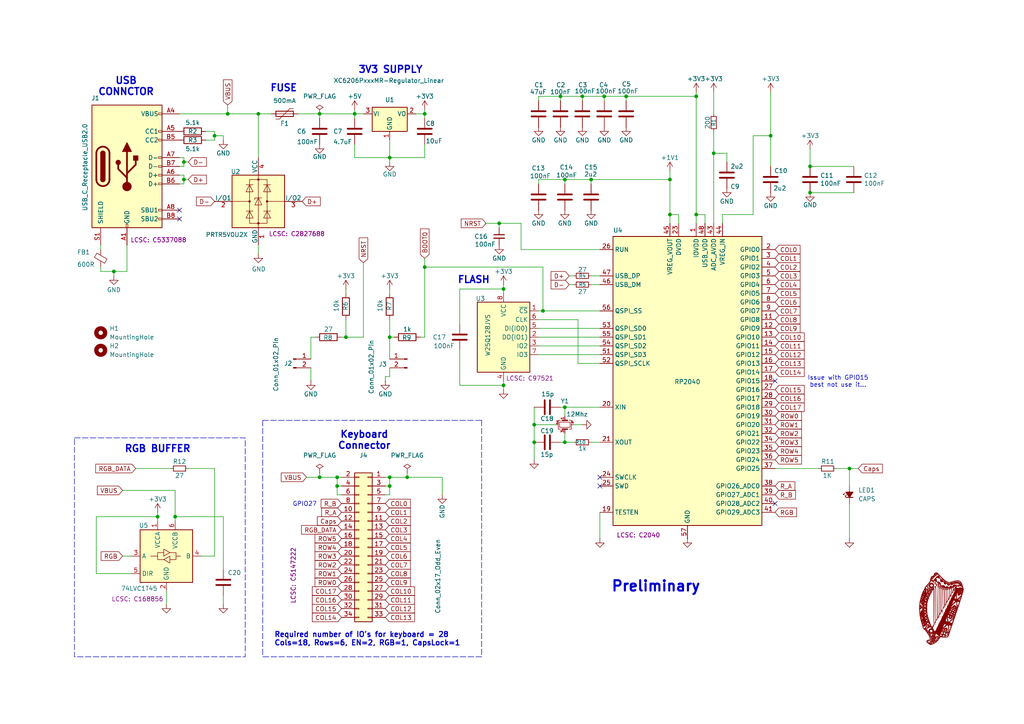
<source format=kicad_sch>
(kicad_sch (version 20250114) (generator "eeschema") (generator_version "9.0")
  (paper "A4")
  (title_block (title "Keyboard Module 34D") (date "2025-03-08") (rev "1.0") (company "Michael O'Toole") (comment 1 "Keyboard Development Module"))
  (lib_symbols
    (symbol "Connector:Conn_01x02_Pin" (pin_names (offset 1.016) (hide yes))
      (property "Reference" "J" (at 0 2.54 0))
      (property "Value" "Conn_01x02_Pin" (at 0 -5.08 0))
      (symbol "Conn_01x02_Pin_1_1"
        (pin passive line (at 5.08 0 180) (length 3.81) (name "Pin_1") (number "1"))
        (pin passive line (at 5.08 -2.54 180) (length 3.81) (name "Pin_2") (number "2"))
      )
    )
    (symbol "Connector:USB_C_Receptacle_USB2.0_16P" (pin_names (offset 1.016))
      (property "Reference" "J" (at 0 22.225 0))
      (property "Value" "USB_C_Receptacle_USB2.0_16P" (at 0 19.685 0))
      (symbol "USB_C_Receptacle_USB2.0_16P_1_1"
        (pin passive line (at -7.62 -22.86 90) (length 5.08) (name "SHIELD") (number "S1"))
        (pin passive line (at 0 -22.86 90) (length 5.08) (name "GND") (number "A1"))
        (pin passive line (at 0 -22.86 90) (length 5.08) (hide yes) (name "GND") (number "A12"))
        (pin passive line (at 0 -22.86 90) (length 5.08) (hide yes) (name "GND") (number "B1"))
        (pin passive line (at 0 -22.86 90) (length 5.08) (hide yes) (name "GND") (number "B12"))
        (pin passive line (at 15.24 15.24 180) (length 5.08) (name "VBUS") (number "A4"))
        (pin passive line (at 15.24 15.24 180) (length 5.08) (hide yes) (name "VBUS") (number "A9"))
        (pin passive line (at 15.24 15.24 180) (length 5.08) (hide yes) (name "VBUS") (number "B4"))
        (pin passive line (at 15.24 15.24 180) (length 5.08) (hide yes) (name "VBUS") (number "B9"))
        (pin bidirectional line (at 15.24 10.16 180) (length 5.08) (name "CC1") (number "A5"))
        (pin bidirectional line (at 15.24 7.62 180) (length 5.08) (name "CC2") (number "B5"))
        (pin bidirectional line (at 15.24 2.54 180) (length 5.08) (name "D-") (number "A7"))
        (pin bidirectional line (at 15.24 0 180) (length 5.08) (name "D-") (number "B7"))
        (pin bidirectional line (at 15.24 -2.54 180) (length 5.08) (name "D+") (number "A6"))
        (pin bidirectional line (at 15.24 -5.08 180) (length 5.08) (name "D+") (number "B6"))
        (pin bidirectional line (at 15.24 -12.7 180) (length 5.08) (name "SBU1") (number "A8"))
        (pin bidirectional line (at 15.24 -15.24 180) (length 5.08) (name "SBU2") (number "B8"))
      )
    )
    (symbol "Connector_Generic:Conn_02x17_Odd_Even" (pin_names (offset 1.016) (hide yes))
      (property "Reference" "J" (at 1.27 22.86 0))
      (property "Value" "Conn_02x17_Odd_Even" (at 1.27 -22.86 0))
      (symbol "Conn_02x17_Odd_Even_1_1"
        (pin passive line (at -5.08 20.32 0) (length 3.81) (name "Pin_1") (number "1"))
        (pin passive line (at -5.08 17.78 0) (length 3.81) (name "Pin_3") (number "3"))
        (pin passive line (at -5.08 15.24 0) (length 3.81) (name "Pin_5") (number "5"))
        (pin passive line (at -5.08 12.7 0) (length 3.81) (name "Pin_7") (number "7"))
        (pin passive line (at -5.08 10.16 0) (length 3.81) (name "Pin_9") (number "9"))
        (pin passive line (at -5.08 7.62 0) (length 3.81) (name "Pin_11") (number "11"))
        (pin passive line (at -5.08 5.08 0) (length 3.81) (name "Pin_13") (number "13"))
        (pin passive line (at -5.08 2.54 0) (length 3.81) (name "Pin_15") (number "15"))
        (pin passive line (at -5.08 0 0) (length 3.81) (name "Pin_17") (number "17"))
        (pin passive line (at -5.08 -2.54 0) (length 3.81) (name "Pin_19") (number "19"))
        (pin passive line (at -5.08 -5.08 0) (length 3.81) (name "Pin_21") (number "21"))
        (pin passive line (at -5.08 -7.62 0) (length 3.81) (name "Pin_23") (number "23"))
        (pin passive line (at -5.08 -10.16 0) (length 3.81) (name "Pin_25") (number "25"))
        (pin passive line (at -5.08 -12.7 0) (length 3.81) (name "Pin_27") (number "27"))
        (pin passive line (at -5.08 -15.24 0) (length 3.81) (name "Pin_29") (number "29"))
        (pin passive line (at -5.08 -17.78 0) (length 3.81) (name "Pin_31") (number "31"))
        (pin passive line (at -5.08 -20.32 0) (length 3.81) (name "Pin_33") (number "33"))
        (pin passive line (at 7.62 20.32 180) (length 3.81) (name "Pin_2") (number "2"))
        (pin passive line (at 7.62 17.78 180) (length 3.81) (name "Pin_4") (number "4"))
        (pin passive line (at 7.62 15.24 180) (length 3.81) (name "Pin_6") (number "6"))
        (pin passive line (at 7.62 12.7 180) (length 3.81) (name "Pin_8") (number "8"))
        (pin passive line (at 7.62 10.16 180) (length 3.81) (name "Pin_10") (number "10"))
        (pin passive line (at 7.62 7.62 180) (length 3.81) (name "Pin_12") (number "12"))
        (pin passive line (at 7.62 5.08 180) (length 3.81) (name "Pin_14") (number "14"))
        (pin passive line (at 7.62 2.54 180) (length 3.81) (name "Pin_16") (number "16"))
        (pin passive line (at 7.62 0 180) (length 3.81) (name "Pin_18") (number "18"))
        (pin passive line (at 7.62 -2.54 180) (length 3.81) (name "Pin_20") (number "20"))
        (pin passive line (at 7.62 -5.08 180) (length 3.81) (name "Pin_22") (number "22"))
        (pin passive line (at 7.62 -7.62 180) (length 3.81) (name "Pin_24") (number "24"))
        (pin passive line (at 7.62 -10.16 180) (length 3.81) (name "Pin_26") (number "26"))
        (pin passive line (at 7.62 -12.7 180) (length 3.81) (name "Pin_28") (number "28"))
        (pin passive line (at 7.62 -15.24 180) (length 3.81) (name "Pin_30") (number "30"))
        (pin passive line (at 7.62 -17.78 180) (length 3.81) (name "Pin_32") (number "32"))
        (pin passive line (at 7.62 -20.32 180) (length 3.81) (name "Pin_34") (number "34"))
      )
    )
    (symbol "Device:C" (pin_numbers (hide yes)) (pin_names (offset 0.254))
      (property "Reference" "C" (at 0.635 2.54 0))
      (property "Value" "C" (at 0.635 -2.54 0))
      (symbol "C_1_1"
        (pin passive line (at 0 3.81 270) (length 2.794) (name "~") (number "1"))
        (pin passive line (at 0 -3.81 90) (length 2.794) (name "~") (number "2"))
      )
    )
    (symbol "Device:C_Small" (pin_numbers (hide yes)) (pin_names (offset 0.254) (hide yes))
      (property "Reference" "C" (at 0.254 1.778 0))
      (property "Value" "C_Small" (at 0.254 -2.032 0))
      (symbol "C_Small_1_1"
        (pin passive line (at 0 2.54 270) (length 2.032) (name "~") (number "1"))
        (pin passive line (at 0 -2.54 90) (length 2.032) (name "~") (number "2"))
      )
    )
    (symbol "Device:Crystal_GND24_Small" (pin_names (offset 1.016) (hide yes))
      (property "Reference" "Y" (at 1.27 4.445 0))
      (property "Value" "Crystal_GND24_Small" (at 1.27 2.54 0))
      (symbol "Crystal_GND24_Small_1_1"
        (pin passive line (at -2.54 0 0) (length 1.27) (name "1") (number "1"))
        (pin passive line (at 0 2.54 270) (length 0.635) (name "4") (number "4"))
        (pin passive line (at 0 -2.54 90) (length 0.635) (name "2") (number "2"))
        (pin passive line (at 2.54 0 180) (length 1.27) (name "3") (number "3"))
      )
    )
    (symbol "Device:FerriteBead_Small" (pin_numbers (hide yes)) (pin_names (offset 0))
      (property "Reference" "FB" (at 1.905 1.27 0))
      (property "Value" "FerriteBead_Small" (at 1.905 -1.27 0))
      (symbol "FerriteBead_Small_1_1"
        (pin passive line (at 0 2.54 270) (length 1.27) (name "~") (number "1"))
        (pin passive line (at 0 -2.54 90) (length 1.27) (name "~") (number "2"))
      )
    )
    (symbol "Device:LED_Small_Filled" (pin_numbers (hide yes)) (pin_names (offset 0.254) (hide yes))
      (property "Reference" "D" (at -1.27 3.175 0))
      (property "Value" "LED_Small_Filled" (at -4.445 -2.54 0))
      (symbol "LED_Small_Filled_1_1"
        (pin passive line (at -2.54 0 0) (length 1.778) (name "K") (number "1"))
        (pin passive line (at 2.54 0 180) (length 1.778) (name "A") (number "2"))
      )
    )
    (symbol "Device:Polyfuse" (pin_numbers (hide yes)) (pin_names (offset 0))
      (property "Reference" "F" (at -2.54 0 90))
      (property "Value" "Polyfuse" (at 2.54 0 90))
      (symbol "Polyfuse_1_1"
        (pin passive line (at 0 3.81 270) (length 1.27) (name "~") (number "1"))
        (pin passive line (at 0 -3.81 90) (length 1.27) (name "~") (number "2"))
      )
    )
    (symbol "Device:R" (pin_numbers (hide yes)) (pin_names (offset 0))
      (property "Reference" "R" (at 2.032 0 90))
      (property "Value" "R" (at 0 0 90))
      (symbol "R_1_1"
        (pin passive line (at 0 3.81 270) (length 1.27) (name "~") (number "1"))
        (pin passive line (at 0 -3.81 90) (length 1.27) (name "~") (number "2"))
      )
    )
    (symbol "Device:R_Small" (pin_numbers (hide yes)) (pin_names (offset 0.254) (hide yes))
      (property "Reference" "R" (at 0.762 0.508 0))
      (property "Value" "R_Small" (at 0.762 -1.016 0))
      (symbol "R_Small_1_1"
        (pin passive line (at 0 2.54 270) (length 0.762) (name "~") (number "1"))
        (pin passive line (at 0 -2.54 90) (length 0.762) (name "~") (number "2"))
      )
    )
    (symbol "Logic_LevelTranslator:SN74LVC1T45DRL"
      (property "Reference" "U" (at -6.35 8.89 0))
      (property "Value" "SN74LVC1T45DRL" (at 3.81 8.89 0))
      (symbol "SN74LVC1T45DRL_1_1"
        (pin bidirectional line (at -10.16 0 0) (length 2.54) (name "A") (number "3"))
        (pin input line (at -10.16 -5.08 0) (length 2.54) (name "DIR") (number "5"))
        (pin power_in line (at -2.54 10.16 270) (length 2.54) (name "VCCA") (number "1"))
        (pin power_in line (at 0 -10.16 90) (length 2.54) (name "GND") (number "2"))
        (pin power_in line (at 2.54 10.16 270) (length 2.54) (name "VCCB") (number "6"))
        (pin bidirectional line (at 10.16 0 180) (length 2.54) (name "B") (number "4"))
      )
    )
    (symbol "MCU_RaspberryPi:RP2040"
      (property "Reference" "U" (at 17.78 45.72 0))
      (property "Value" "RP2040" (at 17.78 43.18 0))
      (symbol "RP2040_1_1"
        (pin input line (at -25.4 38.1 0) (length 3.81) (name "RUN") (number "26"))
        (pin bidirectional line (at -25.4 30.48 0) (length 3.81) (name "USB_DP") (number "47"))
        (pin bidirectional line (at -25.4 27.94 0) (length 3.81) (name "USB_DM") (number "46"))
        (pin bidirectional line (at -25.4 20.32 0) (length 3.81) (name "QSPI_SS") (number "56"))
        (pin bidirectional line (at -25.4 15.24 0) (length 3.81) (name "QSPI_SD0") (number "53"))
        (pin bidirectional line (at -25.4 12.7 0) (length 3.81) (name "QSPI_SD1") (number "55"))
        (pin bidirectional line (at -25.4 10.16 0) (length 3.81) (name "QSPI_SD2") (number "54"))
        (pin bidirectional line (at -25.4 7.62 0) (length 3.81) (name "QSPI_SD3") (number "51"))
        (pin output line (at -25.4 5.08 0) (length 3.81) (name "QSPI_SCLK") (number "52"))
        (pin input line (at -25.4 -7.62 0) (length 3.81) (name "XIN") (number "20"))
        (pin passive line (at -25.4 -17.78 0) (length 3.81) (name "XOUT") (number "21"))
        (pin input line (at -25.4 -27.94 0) (length 3.81) (name "SWCLK") (number "24"))
        (pin bidirectional line (at -25.4 -30.48 0) (length 3.81) (name "SWD") (number "25"))
        (pin input line (at -25.4 -38.1 0) (length 3.81) (name "TESTEN") (number "19"))
        (pin power_out line (at -5.08 45.72 270) (length 3.81) (name "VREG_VOUT") (number "45"))
        (pin power_in line (at -2.54 45.72 270) (length 3.81) (name "DVDD") (number "23"))
        (pin passive line (at -2.54 45.72 270) (length 3.81) (hide yes) (name "DVDD") (number "50"))
        (pin power_in line (at 0 -45.72 90) (length 3.81) (name "GND") (number "57"))
        (pin power_in line (at 2.54 45.72 270) (length 3.81) (name "IOVDD") (number "1"))
        (pin passive line (at 2.54 45.72 270) (length 3.81) (hide yes) (name "IOVDD") (number "10"))
        (pin passive line (at 2.54 45.72 270) (length 3.81) (hide yes) (name "IOVDD") (number "22"))
        (pin passive line (at 2.54 45.72 270) (length 3.81) (hide yes) (name "IOVDD") (number "33"))
        (pin passive line (at 2.54 45.72 270) (length 3.81) (hide yes) (name "IOVDD") (number "42"))
        (pin passive line (at 2.54 45.72 270) (length 3.81) (hide yes) (name "IOVDD") (number "49"))
        (pin power_in line (at 5.08 45.72 270) (length 3.81) (name "USB_VDD") (number "48"))
        (pin power_in line (at 7.62 45.72 270) (length 3.81) (name "ADC_AVDD") (number "43"))
        (pin power_in line (at 10.16 45.72 270) (length 3.81) (name "VREG_IN") (number "44"))
        (pin bidirectional line (at 25.4 38.1 180) (length 3.81) (name "GPIO0") (number "2"))
        (pin bidirectional line (at 25.4 35.56 180) (length 3.81) (name "GPIO1") (number "3"))
        (pin bidirectional line (at 25.4 33.02 180) (length 3.81) (name "GPIO2") (number "4"))
        (pin bidirectional line (at 25.4 30.48 180) (length 3.81) (name "GPIO3") (number "5"))
        (pin bidirectional line (at 25.4 27.94 180) (length 3.81) (name "GPIO4") (number "6"))
        (pin bidirectional line (at 25.4 25.4 180) (length 3.81) (name "GPIO5") (number "7"))
        (pin bidirectional line (at 25.4 22.86 180) (length 3.81) (name "GPIO6") (number "8"))
        (pin bidirectional line (at 25.4 20.32 180) (length 3.81) (name "GPIO7") (number "9"))
        (pin bidirectional line (at 25.4 17.78 180) (length 3.81) (name "GPIO8") (number "11"))
        (pin bidirectional line (at 25.4 15.24 180) (length 3.81) (name "GPIO9") (number "12"))
        (pin bidirectional line (at 25.4 12.7 180) (length 3.81) (name "GPIO10") (number "13"))
        (pin bidirectional line (at 25.4 10.16 180) (length 3.81) (name "GPIO11") (number "14"))
        (pin bidirectional line (at 25.4 7.62 180) (length 3.81) (name "GPIO12") (number "15"))
        (pin bidirectional line (at 25.4 5.08 180) (length 3.81) (name "GPIO13") (number "16"))
        (pin bidirectional line (at 25.4 2.54 180) (length 3.81) (name "GPIO14") (number "17"))
        (pin bidirectional line (at 25.4 0 180) (length 3.81) (name "GPIO15") (number "18"))
        (pin bidirectional line (at 25.4 -2.54 180) (length 3.81) (name "GPIO16") (number "27"))
        (pin bidirectional line (at 25.4 -5.08 180) (length 3.81) (name "GPIO17") (number "28"))
        (pin bidirectional line (at 25.4 -7.62 180) (length 3.81) (name "GPIO18") (number "29"))
        (pin bidirectional line (at 25.4 -10.16 180) (length 3.81) (name "GPIO19") (number "30"))
        (pin bidirectional line (at 25.4 -12.7 180) (length 3.81) (name "GPIO20") (number "31"))
        (pin bidirectional line (at 25.4 -15.24 180) (length 3.81) (name "GPIO21") (number "32"))
        (pin bidirectional line (at 25.4 -17.78 180) (length 3.81) (name "GPIO22") (number "34"))
        (pin bidirectional line (at 25.4 -20.32 180) (length 3.81) (name "GPIO23") (number "35"))
        (pin bidirectional line (at 25.4 -22.86 180) (length 3.81) (name "GPIO24") (number "36"))
        (pin bidirectional line (at 25.4 -25.4 180) (length 3.81) (name "GPIO25") (number "37"))
        (pin bidirectional line (at 25.4 -30.48 180) (length 3.81) (name "GPIO26_ADC0") (number "38"))
        (pin bidirectional line (at 25.4 -33.02 180) (length 3.81) (name "GPIO27_ADC1") (number "39"))
        (pin bidirectional line (at 25.4 -35.56 180) (length 3.81) (name "GPIO28_ADC2") (number "40"))
        (pin bidirectional line (at 25.4 -38.1 180) (length 3.81) (name "GPIO29_ADC3") (number "41"))
      )
    )
    (symbol "Mechanical:MountingHole" (pin_names (offset 1.016)) (exclude_from_sim yes) (in_bom no)
      (property "Reference" "H" (at 0 5.08 0))
      (property "Value" "MountingHole" (at 0 3.175 0))
    )
    (symbol "Memory_Flash:W25Q128JVS"
      (property "Reference" "U" (at -6.35 11.43 0))
      (property "Value" "W25Q128JVS" (at 7.62 11.43 0))
      (symbol "W25Q128JVS_1_1"
        (pin input line (at -10.16 7.62 0) (length 2.54) (name "~{CS}") (number "1"))
        (pin input line (at -10.16 5.08 0) (length 2.54) (name "CLK") (number "6"))
        (pin bidirectional line (at -10.16 2.54 0) (length 2.54) (name "DI(IO0)") (number "5"))
        (pin bidirectional line (at -10.16 0 0) (length 2.54) (name "DO(IO1)") (number "2"))
        (pin bidirectional line (at -10.16 -2.54 0) (length 2.54) (name "IO2") (number "3"))
        (pin bidirectional line (at -10.16 -5.08 0) (length 2.54) (name "IO3") (number "7"))
        (pin power_in line (at 0 12.7 270) (length 2.54) (name "VCC") (number "8"))
        (pin power_in line (at 0 -12.7 90) (length 2.54) (name "GND") (number "4"))
      )
    )
    (symbol "MyComponents_Library:LOGO" (pin_names (offset 1.016)))
    (symbol "Power_Protection:PRTR5V0U2X" (pin_names (offset 0))
      (property "Reference" "D" (at 2.794 8.636 0))
      (property "Value" "PRTR5V0U2X" (at 8.128 -9.398 0))
      (symbol "PRTR5V0U2X_1_1"
        (pin passive line (at -12.7 0 0) (length 5.08) (name "I/O1") (number "2"))
        (pin passive line (at 0 12.7 270) (length 5.08) (name "VCC") (number "4"))
        (pin passive line (at 0 -12.7 90) (length 5.08) (name "GND") (number "1"))
        (pin passive line (at 12.7 0 180) (length 5.08) (name "I/O2") (number "3"))
      )
    )
    (symbol "kicad-keyboard-parts:XC6206PxxxMR-Regulator_Linear" (pin_names (offset 0.254))
      (property "Reference" "U" (at -3.81 3.175 0))
      (property "Value" "XC6206PxxxMR-Regulator_Linear" (at 0 3.175 0))
      (property "LCSC" "C5446" (at 0 0 0))
      (symbol "XC6206PxxxMR-Regulator_Linear_1_1"
        (pin power_in line (at -7.62 0 0) (length 2.54) (name "VI") (number "3"))
        (pin power_in line (at 0 -7.62 90) (length 2.54) (name "GND") (number "1"))
        (pin power_out line (at 7.62 0 180) (length 2.54) (name "VO") (number "2"))
      )
    )
    (symbol "power:+1V1" (power) (pin_numbers (hide yes)) (pin_names (offset 0) (hide yes))
      (property "Value" "+1V1" (at 0 3.556 0))
      (symbol "+1V1_1_1"
        (pin power_in line (at 0 0 90) (length 0) (name "~") (number "1"))
      )
    )
    (symbol "power:+3V3" (power) (pin_numbers (hide yes)) (pin_names (offset 0) (hide yes))
      (property "Value" "+3V3" (at 0 3.556 0))
      (symbol "+3V3_1_1"
        (pin power_in line (at 0 0 90) (length 0) (name "~") (number "1"))
      )
    )
    (symbol "power:+5V" (power) (pin_numbers (hide yes)) (pin_names (offset 0) (hide yes))
      (property "Value" "+5V" (at 0 3.556 0))
      (symbol "+5V_1_1"
        (pin power_in line (at 0 0 90) (length 0) (name "~") (number "1"))
      )
    )
    (symbol "power:GND" (power) (pin_numbers (hide yes)) (pin_names (offset 0) (hide yes))
      (property "Value" "GND" (at 0 -3.81 0))
      (symbol "GND_1_1"
        (pin power_in line (at 0 0 270) (length 0) (name "~") (number "1"))
      )
    )
    (symbol "power:PWR_FLAG" (power) (pin_numbers (hide yes)) (pin_names (offset 0) (hide yes))
      (property "Value" "PWR_FLAG" (at 0 3.81 0))
      (symbol "PWR_FLAG_0_0"
        (pin power_out line (at 0 0 90) (length 0) (name "~") (number "1"))
      )
    )
  )
  (rectangle (start 21.59 127) (end 71.12 190.5) (stroke (width 0) (type dash)))
  (text "Preliminary" (at 190.246 170.18 0) (effects (font (size 3 3) (thickness 0.6) (bold yes))))
  (text "FLASH" (at 137.414 81.28 0) (effects (font (size 2 2) (thickness 0.4) (bold yes))))
  (text "FUSE" (at 82.296 25.654 0) (effects (font (size 2 2) (thickness 0.4) (bold yes))))
  (text "Keyboard\nConnector" (at 105.664 127.762 0) (effects (font (size 2 2) (thickness 0.4) (bold yes))))
  (text "Issue with GPIO15\nbest not use it..." (at 243.078 110.744 0) (effects (font (size 1.27 1.27))))
  (text "3V3 SUPPLY" (at 113.284 20.32 0) (effects (font (size 2 2) (thickness 0.4) (bold yes))))
  (text "USB\nCONNCTOR" (at 36.576 25.146 0) (effects (font (size 2 2) (thickness 0.4) (bold yes))))
  (text "GPIO27" (at 88.392 146.304 0) (effects (font (size 1.27 1.27))))
  (text "RGB BUFFER" (at 45.72 130.302 0) (effects (font (size 2 2) (thickness 0.4) (bold yes))))
  (text "Required number of IO's for keyboard = 28\nCols=18, Rows=6, EN=2, RGB=1, CapsLock=1" (at 79.502 185.42 0) (effects (font (size 1.5 1.5) (thickness 0.3) (bold yes)) (justify left)))
  (junction (at 194.31 52.07))
  (junction (at 171.45 52.07))
  (junction (at 207.01 44.45))
  (junction (at 113.03 140.97))
  (junction (at 97.79 140.97))
  (junction (at 102.87 33.02))
  (junction (at 113.03 138.43))
  (junction (at 146.05 111.76))
  (junction (at 175.26 27.94))
  (junction (at 92.71 33.02))
  (junction (at 163.83 52.07))
  (junction (at 100.33 97.79))
  (junction (at 50.8 149.86))
  (junction (at 123.19 33.02))
  (junction (at 146.05 83.82))
  (junction (at 163.83 118.11))
  (junction (at 162.56 27.94))
  (junction (at 123.19 77.47))
  (junction (at 62.23 39.37))
  (junction (at 194.31 62.23))
  (junction (at 33.02 78.74))
  (junction (at 97.79 138.43))
  (junction (at 246.38 135.89))
  (junction (at 92.71 138.43))
  (junction (at 53.34 46.99))
  (junction (at 163.83 128.27))
  (junction (at 144.78 64.77))
  (junction (at 181.61 27.94))
  (junction (at 168.91 27.94))
  (junction (at 234.95 55.88))
  (junction (at 53.34 52.07))
  (junction (at 157.48 90.17))
  (junction (at 223.52 39.37))
  (junction (at 154.94 128.27))
  (junction (at 154.94 123.19))
  (junction (at 118.11 138.43))
  (junction (at 66.04 33.02))
  (junction (at 74.93 33.02))
  (junction (at 201.93 27.94))
  (junction (at 45.72 149.86))
  (junction (at 201.93 62.23))
  (junction (at 113.03 45.72))
  (junction (at 234.95 48.26))
  (junction (at 113.03 97.79))
  (no_connect (at 173.99 138.43))
  (no_connect (at 52.07 60.96))
  (no_connect (at 52.07 63.5))
  (no_connect (at 173.99 140.97))
  (no_connect (at 224.79 110.49))
  (no_connect (at 224.79 146.05))
  (wire (pts (xy 157.48 90.17) (xy 157.48 77.47)))
  (wire (pts (xy 59.69 40.64) (xy 62.23 40.64)))
  (polyline (pts (xy 76.2 121.92) (xy 76.2 190.5)) (stroke (width 0) (type dash)))
  (wire (pts (xy 156.21 53.34) (xy 156.21 52.07)))
  (wire (pts (xy 27.94 166.37) (xy 27.94 149.86)))
  (wire (pts (xy 113.03 143.51) (xy 113.03 140.97)))
  (wire (pts (xy 196.85 62.23) (xy 194.31 62.23)))
  (wire (pts (xy 64.77 149.86) (xy 64.77 165.1)))
  (wire (pts (xy 92.71 33.02) (xy 92.71 34.29)))
  (wire (pts (xy 163.83 118.11) (xy 173.99 118.11)))
  (wire (pts (xy 196.85 64.77) (xy 196.85 62.23)))
  (wire (pts (xy 207.01 44.45) (xy 210.82 44.45)))
  (wire (pts (xy 53.34 46.99) (xy 53.34 48.26)))
  (wire (pts (xy 113.03 45.72) (xy 113.03 46.99)))
  (wire (pts (xy 154.94 128.27) (xy 154.94 123.19)))
  (wire (pts (xy 146.05 82.55) (xy 146.05 83.82)))
  (wire (pts (xy 113.03 138.43) (xy 111.76 138.43)))
  (wire (pts (xy 111.76 143.51) (xy 113.03 143.51)))
  (wire (pts (xy 123.19 77.47) (xy 157.48 77.47)))
  (wire (pts (xy 156.21 29.21) (xy 156.21 27.94)))
  (wire (pts (xy 207.01 26.67) (xy 207.01 33.02)))
  (wire (pts (xy 154.94 128.27) (xy 154.94 133.35)))
  (wire (pts (xy 171.45 52.07) (xy 194.31 52.07)))
  (wire (pts (xy 156.21 27.94) (xy 162.56 27.94)))
  (wire (pts (xy 223.52 26.67) (xy 223.52 39.37)))
  (wire (pts (xy 204.47 64.77) (xy 204.47 62.23)))
  (wire (pts (xy 175.26 27.94) (xy 181.61 27.94)))
  (wire (pts (xy 171.45 80.01) (xy 173.99 80.01)))
  (wire (pts (xy 163.83 128.27) (xy 166.37 128.27)))
  (wire (pts (xy 38.1 166.37) (xy 27.94 166.37)))
  (wire (pts (xy 181.61 27.94) (xy 201.93 27.94)))
  (wire (pts (xy 218.44 62.23) (xy 209.55 62.23)))
  (wire (pts (xy 123.19 74.93) (xy 123.19 77.47)))
  (wire (pts (xy 113.03 83.82) (xy 113.03 85.09)))
  (wire (pts (xy 156.21 95.25) (xy 173.99 95.25)))
  (wire (pts (xy 105.41 76.2) (xy 105.41 97.79)))
  (wire (pts (xy 166.37 123.19) (xy 168.91 123.19)))
  (wire (pts (xy 173.99 148.59) (xy 173.99 156.21)))
  (wire (pts (xy 97.79 138.43) (xy 99.06 138.43)))
  (wire (pts (xy 175.26 27.94) (xy 175.26 29.21)))
  (wire (pts (xy 29.21 71.12) (xy 29.21 72.39)))
  (wire (pts (xy 165.1 82.55) (xy 166.37 82.55)))
  (wire (pts (xy 133.35 83.82) (xy 133.35 93.98)))
  (wire (pts (xy 168.91 27.94) (xy 175.26 27.94)))
  (wire (pts (xy 246.38 135.89) (xy 246.38 140.97)))
  (wire (pts (xy 39.37 135.89) (xy 49.53 135.89)))
  (wire (pts (xy 156.21 90.17) (xy 157.48 90.17)))
  (wire (pts (xy 99.06 143.51) (xy 97.79 143.51)))
  (wire (pts (xy 35.56 161.29) (xy 38.1 161.29)))
  (wire (pts (xy 54.61 135.89) (xy 62.23 135.89)))
  (wire (pts (xy 29.21 77.47) (xy 29.21 78.74)))
  (wire (pts (xy 133.35 101.6) (xy 133.35 111.76)))
  (wire (pts (xy 118.11 138.43) (xy 118.11 137.16)))
  (wire (pts (xy 163.83 128.27) (xy 162.56 128.27)))
  (wire (pts (xy 246.38 135.89) (xy 248.92 135.89)))
  (wire (pts (xy 62.23 39.37) (xy 64.77 39.37)))
  (wire (pts (xy 218.44 39.37) (xy 223.52 39.37)))
  (wire (pts (xy 59.69 38.1) (xy 62.23 38.1)))
  (wire (pts (xy 246.38 146.05) (xy 246.38 156.21)))
  (wire (pts (xy 218.44 39.37) (xy 218.44 62.23)))
  (wire (pts (xy 121.92 97.79) (xy 123.19 97.79)))
  (wire (pts (xy 74.93 33.02) (xy 78.74 33.02)))
  (wire (pts (xy 53.34 46.99) (xy 54.61 46.99)))
  (wire (pts (xy 194.31 64.77) (xy 194.31 62.23)))
  (wire (pts (xy 113.03 45.72) (xy 123.19 45.72)))
  (wire (pts (xy 102.87 33.02) (xy 102.87 34.29)))
  (wire (pts (xy 123.19 33.02) (xy 123.19 34.29)))
  (wire (pts (xy 163.83 52.07) (xy 171.45 52.07)))
  (wire (pts (xy 74.93 73.66) (xy 74.93 71.12)))
  (wire (pts (xy 52.07 50.8) (xy 53.34 50.8)))
  (wire (pts (xy 210.82 44.45) (xy 210.82 46.99)))
  (wire (pts (xy 113.03 97.79) (xy 113.03 104.14)))
  (wire (pts (xy 62.23 135.89) (xy 62.23 161.29)))
  (wire (pts (xy 102.87 33.02) (xy 105.41 33.02)))
  (wire (pts (xy 99.06 140.97) (xy 97.79 140.97)))
  (wire (pts (xy 66.04 30.48) (xy 66.04 33.02)))
  (wire (pts (xy 207.01 64.77) (xy 207.01 44.45)))
  (wire (pts (xy 52.07 33.02) (xy 66.04 33.02)))
  (wire (pts (xy 171.45 128.27) (xy 173.99 128.27)))
  (wire (pts (xy 74.93 33.02) (xy 74.93 45.72)))
  (polyline (pts (xy 139.7 190.5) (xy 76.2 190.5)) (stroke (width 0) (type dash)))
  (wire (pts (xy 154.94 123.19) (xy 154.94 118.11)))
  (wire (pts (xy 181.61 27.94) (xy 181.61 29.21)))
  (wire (pts (xy 86.36 33.02) (xy 92.71 33.02)))
  (wire (pts (xy 223.52 39.37) (xy 223.52 48.26)))
  (wire (pts (xy 33.02 78.74) (xy 36.83 78.74)))
  (wire (pts (xy 133.35 111.76) (xy 146.05 111.76)))
  (wire (pts (xy 45.72 149.86) (xy 45.72 151.13)))
  (wire (pts (xy 118.11 138.43) (xy 128.27 138.43)))
  (wire (pts (xy 167.64 105.41) (xy 173.99 105.41)))
  (wire (pts (xy 64.77 172.72) (xy 64.77 175.26)))
  (wire (pts (xy 146.05 83.82) (xy 133.35 83.82)))
  (wire (pts (xy 163.83 118.11) (xy 162.56 118.11)))
  (wire (pts (xy 53.34 50.8) (xy 53.34 52.07)))
  (wire (pts (xy 113.03 40.64) (xy 113.03 45.72)))
  (wire (pts (xy 113.03 97.79) (xy 114.3 97.79)))
  (wire (pts (xy 146.05 113.03) (xy 146.05 111.76)))
  (wire (pts (xy 100.33 92.71) (xy 100.33 97.79)))
  (wire (pts (xy 209.55 64.77) (xy 209.55 62.23)))
  (wire (pts (xy 242.57 135.89) (xy 246.38 135.89)))
  (polyline (pts (xy 139.7 121.92) (xy 139.7 190.5)) (stroke (width 0) (type dash)))
  (wire (pts (xy 194.31 49.53) (xy 194.31 52.07)))
  (wire (pts (xy 64.77 39.37) (xy 64.77 40.64)))
  (wire (pts (xy 111.76 109.22) (xy 111.76 110.49)))
  (wire (pts (xy 92.71 33.02) (xy 102.87 33.02)))
  (wire (pts (xy 102.87 45.72) (xy 113.03 45.72)))
  (wire (pts (xy 144.78 64.77) (xy 140.97 64.77)))
  (wire (pts (xy 97.79 140.97) (xy 97.79 138.43)))
  (wire (pts (xy 52.07 48.26) (xy 53.34 48.26)))
  (wire (pts (xy 90.17 97.79) (xy 91.44 97.79)))
  (wire (pts (xy 154.94 123.19) (xy 161.29 123.19)))
  (wire (pts (xy 27.94 149.86) (xy 45.72 149.86)))
  (wire (pts (xy 224.79 135.89) (xy 237.49 135.89)))
  (wire (pts (xy 88.9 138.43) (xy 92.71 138.43)))
  (wire (pts (xy 171.45 52.07) (xy 171.45 53.34)))
  (wire (pts (xy 157.48 90.17) (xy 173.99 90.17)))
  (wire (pts (xy 66.04 33.02) (xy 74.93 33.02)))
  (wire (pts (xy 151.13 64.77) (xy 144.78 64.77)))
  (wire (pts (xy 146.05 111.76) (xy 146.05 110.49)))
  (wire (pts (xy 100.33 83.82) (xy 100.33 85.09)))
  (wire (pts (xy 201.93 62.23) (xy 201.93 64.77)))
  (wire (pts (xy 62.23 39.37) (xy 62.23 38.1)))
  (wire (pts (xy 102.87 31.75) (xy 102.87 33.02)))
  (wire (pts (xy 165.1 80.01) (xy 166.37 80.01)))
  (wire (pts (xy 113.03 92.71) (xy 113.03 97.79)))
  (wire (pts (xy 234.95 48.26) (xy 247.65 48.26)))
  (wire (pts (xy 99.06 97.79) (xy 100.33 97.79)))
  (wire (pts (xy 156.21 97.79) (xy 173.99 97.79)))
  (wire (pts (xy 111.76 109.22) (xy 113.03 109.22)))
  (wire (pts (xy 151.13 72.39) (xy 151.13 64.77)))
  (wire (pts (xy 45.72 148.59) (xy 45.72 149.86)))
  (wire (pts (xy 234.95 43.18) (xy 234.95 48.26)))
  (wire (pts (xy 53.34 53.34) (xy 53.34 52.07)))
  (wire (pts (xy 50.8 149.86) (xy 64.77 149.86)))
  (wire (pts (xy 48.26 175.26) (xy 48.26 171.45)))
  (wire (pts (xy 90.17 104.14) (xy 90.17 97.79)))
  (wire (pts (xy 162.56 27.94) (xy 168.91 27.94)))
  (wire (pts (xy 123.19 77.47) (xy 123.19 97.79)))
  (wire (pts (xy 156.21 92.71) (xy 167.64 92.71)))
  (wire (pts (xy 151.13 72.39) (xy 173.99 72.39)))
  (wire (pts (xy 36.83 78.74) (xy 36.83 71.12)))
  (wire (pts (xy 156.21 52.07) (xy 163.83 52.07)))
  (wire (pts (xy 58.42 161.29) (xy 62.23 161.29)))
  (wire (pts (xy 100.33 97.79) (xy 105.41 97.79)))
  (wire (pts (xy 102.87 41.91) (xy 102.87 45.72)))
  (wire (pts (xy 204.47 62.23) (xy 201.93 62.23)))
  (wire (pts (xy 120.65 33.02) (xy 123.19 33.02)))
  (wire (pts (xy 113.03 138.43) (xy 113.03 140.97)))
  (wire (pts (xy 201.93 27.94) (xy 201.93 62.23)))
  (wire (pts (xy 90.17 106.68) (xy 90.17 110.49)))
  (polyline (pts (xy 76.2 121.92) (xy 139.7 121.92)) (stroke (width 0) (type dash)))
  (wire (pts (xy 92.71 137.16) (xy 92.71 138.43)))
  (wire (pts (xy 144.78 64.77) (xy 144.78 66.04)))
  (wire (pts (xy 62.23 40.64) (xy 62.23 39.37)))
  (wire (pts (xy 128.27 138.43) (xy 128.27 143.51)))
  (wire (pts (xy 50.8 149.86) (xy 50.8 151.13)))
  (wire (pts (xy 123.19 41.91) (xy 123.19 45.72)))
  (wire (pts (xy 53.34 52.07) (xy 54.61 52.07)))
  (wire (pts (xy 163.83 120.65) (xy 163.83 118.11)))
  (wire (pts (xy 146.05 83.82) (xy 146.05 85.09)))
  (wire (pts (xy 207.01 38.1) (xy 207.01 44.45)))
  (wire (pts (xy 35.56 142.24) (xy 50.8 142.24)))
  (wire (pts (xy 163.83 128.27) (xy 163.83 125.73)))
  (wire (pts (xy 29.21 78.74) (xy 33.02 78.74)))
  (wire (pts (xy 171.45 82.55) (xy 173.99 82.55)))
  (wire (pts (xy 53.34 45.72) (xy 53.34 46.99)))
  (wire (pts (xy 156.21 100.33) (xy 173.99 100.33)))
  (wire (pts (xy 168.91 27.94) (xy 168.91 29.21)))
  (wire (pts (xy 163.83 52.07) (xy 163.83 53.34)))
  (wire (pts (xy 97.79 140.97) (xy 97.79 143.51)))
  (wire (pts (xy 167.64 92.71) (xy 167.64 105.41)))
  (wire (pts (xy 123.19 31.75) (xy 123.19 33.02)))
  (wire (pts (xy 113.03 109.22) (xy 113.03 106.68)))
  (wire (pts (xy 201.93 26.67) (xy 201.93 27.94)))
  (wire (pts (xy 162.56 27.94) (xy 162.56 29.21)))
  (wire (pts (xy 194.31 52.07) (xy 194.31 62.23)))
  (wire (pts (xy 52.07 53.34) (xy 53.34 53.34)))
  (wire (pts (xy 113.03 138.43) (xy 118.11 138.43)))
  (wire (pts (xy 92.71 138.43) (xy 97.79 138.43)))
  (wire (pts (xy 33.02 78.74) (xy 33.02 80.01)))
  (wire (pts (xy 111.76 140.97) (xy 113.03 140.97)))
  (wire (pts (xy 52.07 45.72) (xy 53.34 45.72)))
  (wire (pts (xy 234.95 55.88) (xy 247.65 55.88)))
  (wire (pts (xy 156.21 102.87) (xy 173.99 102.87)))
  (wire (pts (xy 50.8 142.24) (xy 50.8 149.86)))
  (global_label "COL13" (shape input) (at 224.79 105.41 0) (property "Intersheetrefs" "${INTERSHEET_REFS}" (effects (hide yes))))
  (global_label "COL9" (shape input) (at 111.76 168.91 0) (property "Intersheetrefs" "${INTERSHEET_REFS}" (effects (hide yes))))
  (global_label "COL2" (shape input) (at 111.76 151.13 0) (property "Intersheetrefs" "${INTERSHEET_REFS}" (effects (hide yes))))
  (global_label "COL16" (shape input) (at 99.06 173.99 180) (property "Intersheetrefs" "${INTERSHEET_REFS}" (effects (hide yes))))
  (global_label "ROW1" (shape input) (at 99.06 166.37 180) (property "Intersheetrefs" "${INTERSHEET_REFS}" (effects (hide yes))))
  (global_label "COL15" (shape input) (at 99.06 176.53 180) (property "Intersheetrefs" "${INTERSHEET_REFS}" (effects (hide yes))))
  (global_label "D+" (shape input) (at 87.63 58.42 0) (property "Intersheetrefs" "${INTERSHEET_REFS}" (effects (hide yes))))
  (global_label "COL14" (shape input) (at 99.06 179.07 180) (property "Intersheetrefs" "${INTERSHEET_REFS}" (effects (hide yes))))
  (global_label "COL13" (shape input) (at 111.76 179.07 0) (property "Intersheetrefs" "${INTERSHEET_REFS}" (effects (hide yes))))
  (global_label "D+" (shape input) (at 165.1 80.01 180) (property "Intersheetrefs" "${INTERSHEET_REFS}" (effects (hide yes))))
  (global_label "ROW0" (shape input) (at 224.79 120.65 0) (property "Intersheetrefs" "${INTERSHEET_REFS}" (effects (hide yes))))
  (global_label "COL0" (shape input) (at 111.76 146.05 0) (property "Intersheetrefs" "${INTERSHEET_REFS}" (effects (hide yes))))
  (global_label "COL3" (shape input) (at 224.79 80.01 0) (property "Intersheetrefs" "${INTERSHEET_REFS}" (effects (hide yes))))
  (global_label "R_A" (shape input) (at 99.06 148.59 180) (property "Intersheetrefs" "${INTERSHEET_REFS}" (effects (hide yes))))
  (global_label "VBUS" (shape input) (at 88.9 138.43 180) (property "Intersheetrefs" "${INTERSHEET_REFS}" (effects (hide yes))))
  (global_label "ROW5" (shape input) (at 224.79 133.35 0) (property "Intersheetrefs" "${INTERSHEET_REFS}" (effects (hide yes))))
  (global_label "COL12" (shape input) (at 111.76 176.53 0) (property "Intersheetrefs" "${INTERSHEET_REFS}" (effects (hide yes))))
  (global_label "Caps" (shape input) (at 248.92 135.89 0) (property "Intersheetrefs" "${INTERSHEET_REFS}" (effects (hide yes))))
  (global_label "Caps" (shape input) (at 99.06 151.13 180) (property "Intersheetrefs" "${INTERSHEET_REFS}" (effects (hide yes))))
  (global_label "COL3" (shape input) (at 111.76 153.67 0) (property "Intersheetrefs" "${INTERSHEET_REFS}" (effects (hide yes))))
  (global_label "ROW0" (shape input) (at 99.06 168.91 180) (property "Intersheetrefs" "${INTERSHEET_REFS}" (effects (hide yes))))
  (global_label "COL9" (shape input) (at 224.79 95.25 0) (property "Intersheetrefs" "${INTERSHEET_REFS}" (effects (hide yes))))
  (global_label "COL12" (shape input) (at 224.79 102.87 0) (property "Intersheetrefs" "${INTERSHEET_REFS}" (effects (hide yes))))
  (global_label "NRST" (shape input) (at 140.97 64.77 180) (property "Intersheetrefs" "${INTERSHEET_REFS}" (effects (hide yes))))
  (global_label "RGB" (shape input) (at 224.79 148.59 0) (property "Intersheetrefs" "${INTERSHEET_REFS}" (effects (hide yes))))
  (global_label "D-" (shape input) (at 165.1 82.55 180) (property "Intersheetrefs" "${INTERSHEET_REFS}" (effects (hide yes))))
  (global_label "ROW3" (shape input) (at 224.79 128.27 0) (property "Intersheetrefs" "${INTERSHEET_REFS}" (effects (hide yes))))
  (global_label "COL6" (shape input) (at 111.76 161.29 0) (property "Intersheetrefs" "${INTERSHEET_REFS}" (effects (hide yes))))
  (global_label "COL11" (shape input) (at 111.76 173.99 0) (property "Intersheetrefs" "${INTERSHEET_REFS}" (effects (hide yes))))
  (global_label "ROW1" (shape input) (at 224.79 123.19 0) (property "Intersheetrefs" "${INTERSHEET_REFS}" (effects (hide yes))))
  (global_label "D-" (shape input) (at 62.23 58.42 180) (property "Intersheetrefs" "${INTERSHEET_REFS}" (effects (hide yes))))
  (global_label "ROW5" (shape input) (at 99.06 156.21 180) (property "Intersheetrefs" "${INTERSHEET_REFS}" (effects (hide yes))))
  (global_label "ROW4" (shape input) (at 99.06 158.75 180) (property "Intersheetrefs" "${INTERSHEET_REFS}" (effects (hide yes))))
  (global_label "D+" (shape input) (at 54.61 52.07 0) (property "Intersheetrefs" "${INTERSHEET_REFS}" (effects (hide yes))))
  (global_label "D-" (shape input) (at 54.61 46.99 0) (property "Intersheetrefs" "${INTERSHEET_REFS}" (effects (hide yes))))
  (global_label "RGB_DATA" (shape input) (at 39.37 135.89 180) (property "Intersheetrefs" "${INTERSHEET_REFS}" (effects (hide yes))))
  (global_label "RGB_DATA" (shape input) (at 99.06 153.67 180) (property "Intersheetrefs" "${INTERSHEET_REFS}" (effects (hide yes))))
  (global_label "COL4" (shape input) (at 224.79 82.55 0) (property "Intersheetrefs" "${INTERSHEET_REFS}" (effects (hide yes))))
  (global_label "COL10" (shape input) (at 224.79 97.79 0) (property "Intersheetrefs" "${INTERSHEET_REFS}" (effects (hide yes))))
  (global_label "COL8" (shape input) (at 111.76 166.37 0) (property "Intersheetrefs" "${INTERSHEET_REFS}" (effects (hide yes))))
  (global_label "COL6" (shape input) (at 224.79 87.63 0) (property "Intersheetrefs" "${INTERSHEET_REFS}" (effects (hide yes))))
  (global_label "COL16" (shape input) (at 224.79 115.57 0) (property "Intersheetrefs" "${INTERSHEET_REFS}" (effects (hide yes))))
  (global_label "R_B" (shape input) (at 99.06 146.05 180) (property "Intersheetrefs" "${INTERSHEET_REFS}" (effects (hide yes))))
  (global_label "COL4" (shape input) (at 111.76 156.21 0) (property "Intersheetrefs" "${INTERSHEET_REFS}" (effects (hide yes))))
  (global_label "R_A" (shape input) (at 224.79 140.97 0) (property "Intersheetrefs" "${INTERSHEET_REFS}" (effects (hide yes))))
  (global_label "COL17" (shape input) (at 224.79 118.11 0) (property "Intersheetrefs" "${INTERSHEET_REFS}" (effects (hide yes))))
  (global_label "ROW3" (shape input) (at 99.06 161.29 180) (property "Intersheetrefs" "${INTERSHEET_REFS}" (effects (hide yes))))
  (global_label "COL1" (shape input) (at 111.76 148.59 0) (property "Intersheetrefs" "${INTERSHEET_REFS}" (effects (hide yes))))
  (global_label "BOOT0" (shape input) (at 123.19 74.93 90) (property "Intersheetrefs" "${INTERSHEET_REFS}" (effects (hide yes))))
  (global_label "COL15" (shape input) (at 224.79 113.03 0) (property "Intersheetrefs" "${INTERSHEET_REFS}" (effects (hide yes))))
  (global_label "COL11" (shape input) (at 224.79 100.33 0) (property "Intersheetrefs" "${INTERSHEET_REFS}" (effects (hide yes))))
  (global_label "COL17" (shape input) (at 99.06 171.45 180) (property "Intersheetrefs" "${INTERSHEET_REFS}" (effects (hide yes))))
  (global_label "R_B" (shape input) (at 224.79 143.51 0) (property "Intersheetrefs" "${INTERSHEET_REFS}" (effects (hide yes))))
  (global_label "COL5" (shape input) (at 224.79 85.09 0) (property "Intersheetrefs" "${INTERSHEET_REFS}" (effects (hide yes))))
  (global_label "COL10" (shape input) (at 111.76 171.45 0) (property "Intersheetrefs" "${INTERSHEET_REFS}" (effects (hide yes))))
  (global_label "ROW2" (shape input) (at 99.06 163.83 180) (property "Intersheetrefs" "${INTERSHEET_REFS}" (effects (hide yes))))
  (global_label "COL14" (shape input) (at 224.79 107.95 0) (property "Intersheetrefs" "${INTERSHEET_REFS}" (effects (hide yes))))
  (global_label "RGB" (shape input) (at 35.56 161.29 180) (property "Intersheetrefs" "${INTERSHEET_REFS}" (effects (hide yes))))
  (global_label "VBUS" (shape input) (at 66.04 30.48 90) (property "Intersheetrefs" "${INTERSHEET_REFS}" (effects (hide yes))))
  (global_label "ROW2" (shape input) (at 224.79 125.73 0) (property "Intersheetrefs" "${INTERSHEET_REFS}" (effects (hide yes))))
  (global_label "VBUS" (shape input) (at 35.56 142.24 180) (property "Intersheetrefs" "${INTERSHEET_REFS}" (effects (hide yes))))
  (global_label "NRST" (shape input) (at 105.41 76.2 90) (property "Intersheetrefs" "${INTERSHEET_REFS}" (effects (hide yes))))
  (global_label "COL7" (shape input) (at 224.79 90.17 0) (property "Intersheetrefs" "${INTERSHEET_REFS}" (effects (hide yes))))
  (global_label "COL7" (shape input) (at 111.76 163.83 0) (property "Intersheetrefs" "${INTERSHEET_REFS}" (effects (hide yes))))
  (global_label "COL2" (shape input) (at 224.79 77.47 0) (property "Intersheetrefs" "${INTERSHEET_REFS}" (effects (hide yes))))
  (global_label "COL8" (shape input) (at 224.79 92.71 0) (property "Intersheetrefs" "${INTERSHEET_REFS}" (effects (hide yes))))
  (global_label "COL0" (shape input) (at 224.79 72.39 0) (property "Intersheetrefs" "${INTERSHEET_REFS}" (effects (hide yes))))
  (global_label "COL5" (shape input) (at 111.76 158.75 0) (property "Intersheetrefs" "${INTERSHEET_REFS}" (effects (hide yes))))
  (global_label "COL1" (shape input) (at 224.79 74.93 0) (property "Intersheetrefs" "${INTERSHEET_REFS}" (effects (hide yes))))
  (global_label "ROW4" (shape input) (at 224.79 130.81 0) (property "Intersheetrefs" "${INTERSHEET_REFS}" (effects (hide yes))))
  (symbol (lib_id "Device:C") (at 168.91 33.02 0) (unit 1)
    (property "Reference" "C3" (at 167.64 24.638 0) (effects (justify left)))
    (property "Value" "100nF" (at 166.624 26.416 0) (effects (justify left)))
    (property "Footprint" "Capacitor_SMD:C_0402_1005Metric" (effects (hide yes)))
    (property "LCSC" "C307331" (effects (hide yes)))
    (property "MPN#" "CL05B104KB54PNC" (effects (hide yes)))
  )
  (symbol (lib_id "power:GND") (at 92.71 41.91 0) (unit 1)
    (property "Reference" "#PWR014" (effects (hide yes)))
    (property "Value" "GND" (at 92.71 45.466 0))
    (property "Description" "Power symbol creates a global label with name \"GND\" , ground" (effects (hide yes)))
  )
  (symbol (lib_id "Device:C") (at 162.56 33.02 0) (unit 1)
    (property "Reference" "C2" (at 161.29 24.638 0) (effects (justify left)))
    (property "Value" "100nF" (at 159.512 26.67 0) (effects (justify left)))
    (property "Footprint" "Capacitor_SMD:C_0402_1005Metric" (effects (hide yes)))
    (property "LCSC" "C307331" (effects (hide yes)))
    (property "MPN#" "CL05B104KB54PNC" (effects (hide yes)))
  )
  (symbol (lib_id "Logic_LevelTranslator:SN74LVC1T45DRL") (at 48.26 161.29 0) (unit 1)
    (property "Reference" "U5" (at 41.656 152.4 0))
    (property "Value" "74LVC1T45" (at 40.386 170.688 0))
    (property "Footprint" "SOT:SOT-26" (effects (hide yes)))
    (property "Description" "1.65V~5.5V 1 1 1.65V~5.5V SOT-26 Translators, Level Shifters ROHS" (effects (hide yes)))
    (property "MPN #" "74LVC1T45W6-7" (effects (hide yes)))
    (property "JLCPCB_CORRECTION" "0; 0; 270" (effects (hide yes)))
    (property "LCSC" "C168856" (at 39.878 173.736 0) (show_name yes))
  )
  (symbol (lib_id "Device:C") (at 102.87 38.1 0) (mirror y) (unit 1)
    (property "Reference" "C7" (at 99.314 38.1 0) (effects (justify left)))
    (property "Value" "4.7uF" (at 102.108 41.148 0) (effects (justify left)))
    (property "Footprint" "Capacitor_SMD:C_0805_2012Metric" (effects (hide yes)))
    (property "LCSC" "C1779" (effects (hide yes)))
    (property "MPN#" "CL21A475KAQNNNE" (effects (hide yes)))
  )
  (symbol (lib_id "Mechanical:MountingHole") (at 29.21 96.52 0) (unit 1) (exclude_from_sim yes) (in_bom no)
    (property "Reference" "H1" (at 31.75 95.2499 0) (effects (justify left)))
    (property "Value" "MountingHole" (at 31.75 97.7899 0) (effects (justify left)))
    (property "Footprint" "MountingHole:MountingHole_2.2mm_M2" (effects (hide yes)))
    (property "Description" "Mounting Hole without connection" (effects (hide yes)))
  )
  (symbol (lib_id "power:GND") (at 163.83 60.96 0) (unit 1)
    (property "Reference" "#PWR020" (effects (hide yes)))
    (property "Value" "GND" (at 163.83 64.77 0))
    (property "Description" "Power symbol creates a global label with name \"GND\" , ground" (effects (hide yes)))
  )
  (symbol (lib_id "Device:C") (at 158.75 128.27 270) (mirror x) (unit 1)
    (property "Reference" "C19" (at 156.718 124.968 90) (effects (justify left)))
    (property "Value" "15p" (at 156.718 131.826 90) (effects (justify left)))
    (property "Footprint" "Capacitor_SMD:C_0402_1005Metric" (effects (hide yes)))
    (property "LCSC" "C307331 OR C86285" (effects (hide yes)))
    (property "MPN#" "CL05C150JB5NNNC" (effects (hide yes)))
  )
  (symbol (lib_id "Device:R") (at 55.88 38.1 270) (unit 1)
    (property "Reference" "R2" (at 55.88 38.1 90))
    (property "Value" "5.1k" (at 55.88 35.56 90))
    (property "Footprint" "Resistor_SMD:R_0402_1005Metric" (effects (hide yes)))
    (property "MPN#" "0402WGF5101TCE" (effects (hide yes)))
    (property "LSCS" "C25905" (effects (hide yes)))
  )
  (symbol (lib_id "power:GND") (at 168.91 36.83 0) (unit 1)
    (property "Reference" "#PWR06" (effects (hide yes)))
    (property "Value" "GND" (at 168.91 40.64 0))
    (property "Description" "Power symbol creates a global label with name \"GND\" , ground" (effects (hide yes)))
  )
  (symbol (lib_id "Device:C") (at 158.75 118.11 270) (mirror x) (unit 1)
    (property "Reference" "C18" (at 156.718 121.412 90) (effects (justify left)))
    (property "Value" "15p" (at 156.972 114.3 90) (effects (justify left)))
    (property "Footprint" "Capacitor_SMD:C_0402_1005Metric" (effects (hide yes)))
    (property "LCSC" "C86285" (effects (hide yes)))
    (property "MPN#" "CL05C150JB5NNNC" (effects (hide yes)))
  )
  (symbol (lib_id "power:GND") (at 113.03 46.99 0) (unit 1)
    (property "Reference" "#PWR018" (effects (hide yes)))
    (property "Value" "GND" (at 113.03 50.546 0))
    (property "Description" "Power symbol creates a global label with name \"GND\" , ground" (effects (hide yes)))
  )
  (symbol (lib_id "power:GND") (at 234.95 55.88 0) (unit 1)
    (property "Reference" "#PWR017" (effects (hide yes)))
    (property "Value" "GND" (at 234.95 59.436 0))
    (property "Description" "Power symbol creates a global label with name \"GND\" , ground" (effects (hide yes)))
  )
  (symbol (lib_id "Connector:Conn_01x02_Pin") (at 118.11 104.14 0) (mirror y) (unit 1)
    (property "Reference" "J3" (at 110.998 105.664 0))
    (property "Value" "Conn_01x02_Pin" (at 107.696 106.426 90))
    (property "Footprint" "Connector_PinHeader_2.54mm:PinHeader_1x02_P2.54mm_Vertical" (effects (hide yes)))
    (property "Description" "Generic connector, single row, 01x02, script generated" (effects (hide yes)))
  )
  (symbol (lib_id "power:GND") (at 90.17 110.49 0) (mirror y) (unit 1)
    (property "Reference" "#PWR029" (effects (hide yes)))
    (property "Value" "GND" (at 90.17 114.3 0))
    (property "Description" "Power symbol creates a global label with name \"GND\" , ground" (effects (hide yes)))
  )
  (symbol (lib_id "Device:R") (at 113.03 88.9 0) (unit 1)
    (property "Reference" "R7" (at 112.903 88.773 90))
    (property "Value" "10k" (at 110.236 88.646 90))
    (property "Footprint" "Resistor_SMD:R_0402_1005Metric" (effects (hide yes)))
  )
  (symbol (lib_id "power:+3V3") (at 146.05 82.55 0) (unit 1)
    (property "Reference" "#PWR023" (effects (hide yes)))
    (property "Value" "+3V3" (at 146.05 78.74 0))
    (property "Description" "Power symbol creates a global label with name \"+3V3\"" (effects (hide yes)))
  )
  (symbol (lib_id "power:GND") (at 162.56 36.83 0) (unit 1)
    (property "Reference" "#PWR05" (effects (hide yes)))
    (property "Value" "GND" (at 162.56 40.64 0))
    (property "Description" "Power symbol creates a global label with name \"GND\" , ground" (effects (hide yes)))
  )
  (symbol (lib_id "power:GND") (at 48.26 175.26 0) (unit 1)
    (property "Reference" "#PWR038" (effects (hide yes)))
    (property "Value" "GND" (effects (hide yes)))
    (property "Description" "Power symbol creates a global label with name \"GND\" , ground" (effects (hide yes)))
  )
  (symbol (lib_id "power:GND") (at 111.76 110.49 0) (unit 1)
    (property "Reference" "#PWR028" (effects (hide yes)))
    (property "Value" "GND" (at 111.76 114.3 0))
    (property "Description" "Power symbol creates a global label with name \"GND\" , ground" (effects (hide yes)))
  )
  (symbol (lib_id "Device:C") (at 175.26 33.02 0) (unit 1)
    (property "Reference" "C4" (at 173.736 24.638 0) (effects (justify left)))
    (property "Value" "100nF" (at 172.72 26.416 0) (effects (justify left)))
    (property "Footprint" "Capacitor_SMD:C_0402_1005Metric" (effects (hide yes)))
    (property "LCSC" "C307331" (effects (hide yes)))
    (property "MPN#" "CL05B104KB54PNC" (effects (hide yes)))
  )
  (symbol (lib_id "Device:R_Small") (at 168.91 128.27 90) (mirror x) (unit 1)
    (property "Reference" "R10" (at 169.926 128.27 90) (effects (font (size 1 1)) (justify left)))
    (property "Value" "1k" (at 170.18 130.048 90) (effects (justify left)))
    (property "Footprint" "Resistor_SMD:R_0402_1005Metric" (effects (hide yes)))
    (property "Description" "Resistor, small symbol" (effects (hide yes)))
    (property "LCSC" "C11702" (effects (hide yes)))
    (property "MPN#" "0402WGF1001TCE" (effects (hide yes)))
  )
  (symbol (lib_id "Device:R_Small") (at 52.07 135.89 270) (mirror x) (unit 1)
    (property "Reference" "R12" (at 52.07 133.858 90))
    (property "Value" "27" (at 52.07 137.922 90))
    (property "Footprint" "Resistor_SMD:R_0402_1005Metric" (effects (hide yes)))
    (property "Description" "Resistor, small symbol" (effects (hide yes)))
    (property "LCSC" "C25100" (effects (hide yes)))
    (property "MP#" "0402WGF270JTCE" (effects (hide yes)))
  )
  (symbol (lib_id "Device:C") (at 247.65 52.07 0) (unit 1)
    (property "Reference" "C12" (at 250.571 50.9016 0) (effects (justify left)))
    (property "Value" "100nF" (at 250.571 53.213 0) (effects (justify left)))
    (property "Footprint" "Capacitor_SMD:C_0402_1005Metric" (effects (hide yes)))
    (property "LCSC" "C307331" (effects (hide yes)))
    (property "MPN#" "CL05B104KB54PNC" (effects (hide yes)))
  )
  (symbol (lib_id "power:PWR_FLAG") (at 118.11 137.16 0) (unit 1)
    (property "Reference" "#FLG03" (effects (hide yes)))
    (property "Value" "PWR_FLAG" (at 118.11 132.08 0))
    (property "Description" "Special symbol for telling ERC where power comes from" (effects (hide yes)))
  )
  (symbol (lib_id "Device:C") (at 234.95 52.07 0) (unit 1)
    (property "Reference" "C11" (at 237.871 50.9016 0) (effects (justify left)))
    (property "Value" "100nF" (at 237.871 53.213 0) (effects (justify left)))
    (property "Footprint" "Capacitor_SMD:C_0402_1005Metric" (effects (hide yes)))
    (property "LCSC" "C307331" (effects (hide yes)))
    (property "MPN#" "CL05B104KB54PNC" (effects (hide yes)))
  )
  (symbol (lib_id "Device:R_Small") (at 168.91 80.01 90) (mirror x) (unit 1)
    (property "Reference" "R4" (at 168.91 80.01 90) (effects (font (size 1 1))))
    (property "Value" "27" (at 168.91 78.232 90))
    (property "Footprint" "Resistor_SMD:R_0402_1005Metric" (effects (hide yes)))
    (property "Description" "Resistor, small symbol" (effects (hide yes)))
  )
  (symbol (lib_id "power:GND") (at 199.39 156.21 0) (mirror y) (unit 1)
    (property "Reference" "#PWR035" (effects (hide yes)))
    (property "Value" "GND" (effects (hide yes)))
    (property "Description" "Power symbol creates a global label with name \"GND\" , ground" (effects (hide yes)))
  )
  (symbol (lib_id "power:GND") (at 64.77 40.64 0) (unit 1)
    (property "Reference" "#PWR013" (effects (hide yes)))
    (property "Value" "GND" (at 64.77 44.45 0))
    (property "Description" "Power symbol creates a global label with name \"GND\" , ground" (effects (hide yes)))
  )
  (symbol (lib_id "Device:Crystal_GND24_Small") (at 163.83 123.19 270) (unit 1)
    (property "Reference" "Y1" (at 163.83 116.332 90))
    (property "Value" "12Mhz" (at 167.386 120.142 90))
    (property "Footprint" "Crystal:Crystal_SMD_3225-4Pin_3.2x2.5mm" (effects (hide yes)))
    (property "Description" "Four pin crystal, GND on pins 2 and 4, small symbol" (effects (hide yes)))
    (property "LCSC" "C20625731" (effects (hide yes)))
    (property "MFP#" "ABM8-272-T3" (effects (hide yes)))
  )
  (symbol (lib_id "Device:C_Small") (at 144.78 68.58 0) (mirror y) (unit 1)
    (property "Reference" "C16" (at 141.478 68.58 0) (effects (justify left)))
    (property "Value" "100nF" (at 143.764 70.866 0) (effects (justify left)))
    (property "Footprint" "Capacitor_SMD:C_0402_1005Metric" (effects (hide yes)))
    (property "LCSC" "C307331" (effects (hide yes)))
  )
  (symbol (lib_id "power:+3V3") (at 207.01 26.67 0) (unit 1)
    (property "Reference" "#PWR02" (effects (hide yes)))
    (property "Value" "+3V3" (at 207.01 22.86 0))
    (property "Description" "Power symbol creates a global label with name \"+3V3\"" (effects (hide yes)))
  )
  (symbol (lib_id "power:+3V3") (at 201.93 26.67 0) (unit 1)
    (property "Reference" "#PWR01" (effects (hide yes)))
    (property "Value" "+3V3" (at 201.93 22.86 0))
    (property "Description" "Power symbol creates a global label with name \"+3V3\"" (effects (hide yes)))
  )
  (symbol (lib_id "power:GND") (at 173.99 156.21 0) (mirror y) (unit 1)
    (property "Reference" "#PWR034" (effects (hide yes)))
    (property "Value" "GND" (effects (hide yes)))
    (property "Description" "Power symbol creates a global label with name \"GND\" , ground" (effects (hide yes)))
  )
  (symbol (lib_id "power:+3V3") (at 123.19 31.75 0) (unit 1)
    (property "Reference" "#PWR011" (effects (hide yes)))
    (property "Value" "+3V3" (at 123.19 27.94 0))
    (property "Description" "Power symbol creates a global label with name \"+3V3\"" (effects (hide yes)))
  )
  (symbol (lib_id "power:GND") (at 154.94 133.35 0) (mirror y) (unit 1)
    (property "Reference" "#PWR032" (effects (hide yes)))
    (property "Value" "GND" (effects (hide yes)))
    (property "Description" "Power symbol creates a global label with name \"GND\" , ground" (effects (hide yes)))
  )
  (symbol (lib_id "Device:C") (at 92.71 38.1 0) (unit 1)
    (property "Reference" "C6" (at 86.106 38.1 0) (effects (justify left)))
    (property "Value" "100nF" (at 86.106 41.148 0) (effects (justify left)))
    (property "Footprint" "Capacitor_SMD:C_0402_1005Metric" (effects (hide yes)))
    (property "LCSC" "C307331" (effects (hide yes)))
    (property "MPN" "CL05B104KB54PNC" (effects (hide yes)))
  )
  (symbol (lib_id "Device:C") (at 156.21 33.02 0) (unit 1)
    (property "Reference" "C1" (at 154.94 24.638 0) (effects (justify left)))
    (property "Value" "47uF" (at 153.67 26.67 0) (effects (justify left)))
    (property "Footprint" "Capacitor_SMD:C_0805_2012Metric" (effects (hide yes)))
    (property "LCSC" "C16780" (effects (hide yes)))
    (property "MPN#" "CL21A476MQYNNNE" (effects (hide yes)))
  )
  (symbol (lib_id "Mechanical:MountingHole") (at 29.21 101.6 0) (unit 1) (exclude_from_sim yes) (in_bom no)
    (property "Reference" "H2" (at 31.75 100.3299 0) (effects (justify left)))
    (property "Value" "MountingHole" (at 31.75 102.8699 0) (effects (justify left)))
    (property "Footprint" "MountingHole:MountingHole_2.2mm_M2" (effects (hide yes)))
    (property "Description" "Mounting Hole without connection" (effects (hide yes)))
  )
  (symbol (lib_id "power:GND") (at 246.38 156.21 0) (mirror y) (unit 1)
    (property "Reference" "#PWR036" (effects (hide yes)))
    (property "Value" "GND" (effects (hide yes)))
    (property "Description" "Power symbol creates a global label with name \"GND\" , ground" (effects (hide yes)))
  )
  (symbol (lib_id "power:+3V3") (at 100.33 83.82 0) (unit 1)
    (property "Reference" "#PWR024" (effects (hide yes)))
    (property "Value" "+3V3" (at 100.33 80.01 0))
    (property "Description" "Power symbol creates a global label with name \"+3V3\"" (effects (hide yes)))
  )
  (symbol (lib_id "power:PWR_FLAG") (at 92.71 137.16 0) (unit 1)
    (property "Reference" "#FLG02" (effects (hide yes)))
    (property "Value" "PWR_FLAG" (at 92.71 132.08 0))
    (property "Description" "Special symbol for telling ERC where power comes from" (effects (hide yes)))
  )
  (symbol (lib_id "Device:C") (at 156.21 57.15 0) (unit 1)
    (property "Reference" "C13" (at 154.178 48.768 0) (effects (justify left)))
    (property "Value" "100nF" (at 153.67 51.054 0) (effects (justify left)))
    (property "Footprint" "Capacitor_SMD:C_0402_1005Metric" (effects (hide yes)))
    (property "LCSC" "C307331" (effects (hide yes)))
    (property "MPN#" "CL05B104KB54PNC" (effects (hide yes)))
  )
  (symbol (lib_id "kicad-keyboard-parts:XC6206PxxxMR-Regulator_Linear") (at 113.03 33.02 0) (unit 1)
    (property "Reference" "U1" (at 113.03 28.956 0))
    (property "Value" "XC6206PxxxMR-Regulator_Linear" (at 112.776 23.368 0))
    (property "Footprint" "Package_TO_SOT_SMD:SOT-23" (effects (hide yes)))
    (property "Datasheet" "https://www.torexsemi.com/file/xc6206/XC6206.pdf" (effects (hide yes)))
    (property "LCSC" "C5446" (effects (hide yes)))
    (property "MFP#" "XC6206P332MR-G" (effects (hide yes)))
  )
  (symbol (lib_id "power:+3V3") (at 223.52 26.67 0) (unit 1)
    (property "Reference" "#PWR03" (effects (hide yes)))
    (property "Value" "+3V3" (at 223.52 22.86 0))
    (property "Description" "Power symbol creates a global label with name \"+3V3\"" (effects (hide yes)))
  )
  (symbol (lib_id "power:GND") (at 33.02 80.01 0) (unit 1)
    (property "Reference" "#PWR026" (effects (hide yes)))
    (property "Value" "GND" (at 33.02 84.074 0))
    (property "Description" "Power symbol creates a global label with name \"GND\" , ground" (effects (hide yes)))
  )
  (symbol (lib_id "Device:C") (at 181.61 33.02 0) (unit 1)
    (property "Reference" "C5" (at 180.34 24.384 0) (effects (justify left)))
    (property "Value" "100nF" (at 179.07 26.416 0) (effects (justify left)))
    (property "Footprint" "Capacitor_SMD:C_0402_1005Metric" (effects (hide yes)))
    (property "LCSC" "C307331" (effects (hide yes)))
  )
  (symbol (lib_id "MCU_RaspberryPi:RP2040") (at 199.39 110.49 0) (unit 1)
    (property "Reference" "U4" (at 177.8 66.802 0) (effects (justify left)))
    (property "Value" "RP2040" (at 195.58 110.744 0) (effects (justify left)))
    (property "Footprint" "Package_DFN_QFN:QFN-56-1EP_7x7mm_P0.4mm_EP3.2x3.2mm" (effects (hide yes)))
    (property "Datasheet" "https://datasheets.raspberrypi.com/rp2040/rp2040-datasheet.pdf" (effects (hide yes)))
    (property "Description" "A microcontroller by Raspberry Pi" (effects (hide yes)))
    (property "LCSC" "C2040" (at 185.166 155.194 0) (show_name yes))
    (property "MFP#" "RP2040" (effects (hide yes)))
  )
  (symbol (lib_id "Device:C") (at 210.82 50.8 0) (unit 1)
    (property "Reference" "C9" (at 211.836 54.102 0) (effects (justify left)))
    (property "Value" "2u2" (at 211.836 48.26 0) (effects (justify left)))
    (property "Footprint" "Capacitor_SMD:C_0805_2012Metric" (effects (hide yes)))
    (property "LCSC" "C19110" (effects (hide yes)))
    (property "MPN#" "CL21B225KAFNNNE" (effects (hide yes)))
  )
  (symbol (lib_id "power:+5V") (at 102.87 31.75 0) (unit 1)
    (property "Reference" "#PWR010" (effects (hide yes)))
    (property "Value" "+5V" (at 102.87 27.94 0))
    (property "Description" "Power symbol creates a global label with name \"+5V\"" (effects (hide yes)))
  )
  (symbol (lib_id "Device:C") (at 163.83 57.15 0) (unit 1)
    (property "Reference" "C14" (at 162.306 48.514 0) (effects (justify left)))
    (property "Value" "100nF" (at 161.29 50.8 0) (effects (justify left)))
    (property "Footprint" "Capacitor_SMD:C_0402_1005Metric" (effects (hide yes)))
    (property "LCSC" "C307331" (effects (hide yes)))
    (property "MPN#" "CL05B104KB54PNC" (effects (hide yes)))
  )
  (symbol (lib_id "power:GND") (at 210.82 54.61 0) (unit 1)
    (property "Reference" "#PWR015" (effects (hide yes)))
    (property "Value" "GND" (at 210.82 58.42 0))
    (property "Description" "Power symbol creates a global label with name \"GND\" , ground" (effects (hide yes)))
  )
  (symbol (lib_id "power:GND") (at 64.77 175.26 0) (mirror y) (unit 1)
    (property "Reference" "#PWR039" (effects (hide yes)))
    (property "Value" "GND" (effects (hide yes)))
    (property "Description" "Power symbol creates a global label with name \"GND\" , ground" (effects (hide yes)))
  )
  (symbol (lib_id "Connector:USB_C_Receptacle_USB2.0_16P") (at 36.83 48.26 0) (unit 1)
    (property "Reference" "J1" (at 27.686 28.448 0))
    (property "Value" "USB_C_Receptacle_USB2.0" (at 24.638 48.514 90))
    (property "Footprint" "MyConnectors:USB_C_31-M-12" (effects (hide yes)))
    (property "Datasheet" "https://www.usb.org/sites/default/files/documents/usb_type-c.zip" (effects (hide yes)))
    (property "Description" "USB 2.0-only 16P Type-C Receptacle connector" (effects (hide yes)))
    (property "JlcRotOffset" "180" (effects (hide yes)))
    (property "JlcPosOffset" "0,1.5" (effects (hide yes)))
    (property "LCSC" "C5337088" (at 45.974 69.596 0) (show_name yes))
    (property "MFP#" "TYPE-C-31-M-12A" (effects (hide yes)))
  )
  (symbol (lib_id "Device:FerriteBead_Small") (at 29.21 74.93 0) (unit 1)
    (property "Reference" "FB1" (at 22.352 73.152 0) (effects (justify left)))
    (property "Value" "600R" (at 22.352 76.708 0) (effects (justify left)))
    (property "Footprint" "DevModules:BEADC1608X95N" (effects (hide yes)))
    (property "Description" "Ferrite bead, small symbol" (effects (hide yes)))
    (property "MPN#" "BLM18AG601SN1D" (effects (hide yes)))
    (property "LCSC" "C19330" (effects (hide yes)))
  )
  (symbol (lib_id "power:+3V3") (at 113.03 83.82 0) (mirror y) (unit 1)
    (property "Reference" "#PWR025" (effects (hide yes)))
    (property "Value" "+3V3" (at 113.03 80.01 0))
    (property "Description" "Power symbol creates a global label with name \"+3V3\"" (effects (hide yes)))
  )
  (symbol (lib_id "power:GND") (at 223.52 55.88 0) (unit 1)
    (property "Reference" "#PWR016" (effects (hide yes)))
    (property "Value" "GND" (at 223.52 59.69 0))
    (property "Description" "Power symbol creates a global label with name \"GND\" , ground" (effects (hide yes)))
  )
  (symbol (lib_id "power:GND") (at 144.78 71.12 0) (unit 1)
    (property "Reference" "#PWR022" (effects (hide yes)))
    (property "Value" "GND" (at 144.78 74.93 0))
    (property "Description" "Power symbol creates a global label with name \"GND\" , ground" (effects (hide yes)))
  )
  (symbol (lib_id "Device:R_Small") (at 240.03 135.89 90) (mirror x) (unit 1)
    (property "Reference" "R11" (at 242.062 133.858 90) (effects (justify left)))
    (property "Value" "1K" (at 241.3 137.922 90) (effects (justify left)))
    (property "Footprint" "Resistor_SMD:R_0402_1005Metric" (effects (hide yes)))
    (property "Description" "Resistor, small symbol" (effects (hide yes)))
    (property "LCSC" "C11702" (effects (hide yes)))
    (property "MPN#" "0402WGF1001TCE" (effects (hide yes)))
  )
  (symbol (lib_id "MyComponents_Library:LOGO") (at 273.05 176.53 0) (unit 1)
    (property "Reference" "#G1" (effects (hide yes)))
    (property "Value" "LOGO" (effects (hide yes)))
  )
  (symbol (lib_id "Device:Polyfuse") (at 82.55 33.02 90) (unit 1)
    (property "Reference" "F1" (at 82.55 35.814 90))
    (property "Value" "500mA" (at 82.55 29.21 90))
    (property "Footprint" "Fuse:Fuse_1206_3216Metric" (effects (hide yes)))
    (property "LCSC" "C135341" (effects (hide yes)))
    (property "MPN#" "ASMD1206-150" (effects (hide yes)))
  )
  (symbol (lib_id "Device:C") (at 171.45 57.15 0) (unit 1)
    (property "Reference" "C15" (at 169.418 48.514 0) (effects (justify left)))
    (property "Value" "2u2" (at 169.418 50.546 0) (effects (justify left)))
    (property "Footprint" "Capacitor_SMD:C_0805_2012Metric" (effects (hide yes)))
    (property "LCSC" "C19110" (effects (hide yes)))
    (property "MPN#" "CL21B225KAFNNNE" (effects (hide yes)))
  )
  (symbol (lib_id "Device:C") (at 64.77 168.91 0) (unit 1)
    (property "Reference" "C20" (at 66.04 166.116 0) (effects (justify left)))
    (property "Value" "100nF" (effects (hide yes)))
    (property "Footprint" "Capacitor_SMD:C_0402_1005Metric" (effects (hide yes)))
    (property "LCSC" "C307331" (effects (hide yes)))
    (property "MPN#" "CL05B104KB54PNC" (effects (hide yes)))
  )
  (symbol (lib_id "power:GND") (at 171.45 60.96 0) (unit 1)
    (property "Reference" "#PWR021" (effects (hide yes)))
    (property "Value" "GND" (at 171.45 64.77 0))
    (property "Description" "Power symbol creates a global label with name \"GND\" , ground" (effects (hide yes)))
  )
  (symbol (lib_id "power:GND") (at 146.05 113.03 0) (mirror y) (unit 1)
    (property "Reference" "#PWR030" (effects (hide yes)))
    (property "Value" "GND" (effects (hide yes)))
    (property "Description" "Power symbol creates a global label with name \"GND\" , ground" (effects (hide yes)))
  )
  (symbol (lib_id "Device:R_Small") (at 207.01 35.56 0) (mirror x) (unit 1)
    (property "Reference" "R1" (at 207.01 35.56 90) (effects (font (size 1 1))))
    (property "Value" "200" (at 205.232 35.56 90))
    (property "Footprint" "Resistor_SMD:R_0402_1005Metric" (effects (hide yes)))
    (property "Description" "Resistor, small symbol" (effects (hide yes)))
    (property "LCSC#" "C25087" (effects (hide yes)))
    (property "MP#" "0402WGF2000TCE" (effects (hide yes)))
  )
  (symbol (lib_id "Device:R_Small") (at 168.91 82.55 90) (mirror x) (unit 1)
    (property "Reference" "R5" (at 168.91 82.55 90) (effects (font (size 1 1))))
    (property "Value" "27" (at 168.91 84.582 90))
    (property "Footprint" "Resistor_SMD:R_0402_1005Metric" (effects (hide yes)))
    (property "Description" "Resistor, small symbol" (effects (hide yes)))
  )
  (symbol (lib_id "power:GND") (at 156.21 36.83 0) (unit 1)
    (property "Reference" "#PWR04" (effects (hide yes)))
    (property "Value" "GND" (at 156.21 40.64 0))
    (property "Description" "Power symbol creates a global label with name \"GND\" , ground" (effects (hide yes)))
  )
  (symbol (lib_id "Device:R") (at 100.33 88.9 0) (unit 1)
    (property "Reference" "R6" (at 100.203 88.773 90))
    (property "Value" "10k" (at 97.536 88.646 90))
    (property "Footprint" "Resistor_SMD:R_0402_1005Metric" (effects (hide yes)))
    (property "MPN#" "0402WGF1002TCE" (effects (hide yes)))
    (property "LCSC" "C25744" (effects (hide yes)))
  )
  (symbol (lib_id "Device:C") (at 123.19 38.1 0) (unit 1)
    (property "Reference" "C8" (at 123.444 35.814 0) (effects (justify left)))
    (property "Value" "10uF" (at 123.444 40.894 0) (effects (justify left)))
    (property "Footprint" "Capacitor_SMD:C_0805_2012Metric" (effects (hide yes)))
    (property "LCSC" "C307331" (effects (hide yes)))
  )
  (symbol (lib_id "Device:R") (at 55.88 40.64 90) (unit 1)
    (property "Reference" "R3" (at 55.88 40.64 90))
    (property "Value" "5.1k" (at 55.88 43.18 90))
    (property "Footprint" "Resistor_SMD:R_0402_1005Metric" (effects (hide yes)))
    (property "MPN#" "0402WGF5101TCE" (effects (hide yes)))
    (property "LCSC" "C25905" (effects (hide yes)))
  )
  (symbol (lib_id "Device:R") (at 118.11 97.79 90) (unit 1)
    (property "Reference" "R9" (at 117.983 97.917 90))
    (property "Value" "1k" (at 118.11 95.504 90))
    (property "Footprint" "Resistor_SMD:R_0402_1005Metric" (effects (hide yes)))
    (property "MPN#" "0402WGF1001TCE" (effects (hide yes)))
    (property "LCSC" "C11702" (effects (hide yes)))
  )
  (symbol (lib_id "power:GND") (at 74.93 73.66 0) (unit 1)
    (property "Reference" "#PWR027" (effects (hide yes)))
    (property "Value" "GND" (at 75.057 78.0542 0))
    (property "Description" "Power symbol creates a global label with name \"GND\" , ground" (effects (hide yes)))
  )
  (symbol (lib_id "power:GND") (at 181.61 36.83 0) (unit 1)
    (property "Reference" "#PWR08" (effects (hide yes)))
    (property "Value" "GND" (at 181.61 40.64 0))
    (property "Description" "Power symbol creates a global label with name \"GND\" , ground" (effects (hide yes)))
  )
  (symbol (lib_id "power:+1V1") (at 194.31 49.53 0) (unit 1)
    (property "Reference" "#PWR012" (effects (hide yes)))
    (property "Value" "+1V1" (at 194.31 45.72 0))
    (property "Description" "Power symbol creates a global label with name \"+1V1\"" (effects (hide yes)))
  )
  (symbol (lib_id "Device:R") (at 95.25 97.79 90) (unit 1)
    (property "Reference" "R8" (at 95.123 97.917 90))
    (property "Value" "27" (at 95.25 95.504 90))
    (property "Footprint" "Resistor_SMD:R_0402_1005Metric" (effects (hide yes)))
    (property "LSCS" "C25100" (effects (hide yes)))
    (property "MPN#" "0402WGF270JTCE" (effects (hide yes)))
  )
  (symbol (lib_id "power:GND") (at 175.26 36.83 0) (unit 1)
    (property "Reference" "#PWR07" (effects (hide yes)))
    (property "Value" "GND" (at 175.26 40.64 0))
    (property "Description" "Power symbol creates a global label with name \"GND\" , ground" (effects (hide yes)))
  )
  (symbol (lib_id "power:PWR_FLAG") (at 92.71 33.02 0) (unit 1)
    (property "Reference" "#FLG01" (effects (hide yes)))
    (property "Value" "PWR_FLAG" (at 92.71 27.94 0))
    (property "Description" "Special symbol for telling ERC where power comes from" (effects (hide yes)))
  )
  (symbol (lib_id "Device:C") (at 223.52 52.07 0) (unit 1)
    (property "Reference" "C10" (at 224.536 49.53 0) (effects (justify left)))
    (property "Value" "2u2" (at 224.282 54.61 0) (effects (justify left)))
    (property "Footprint" "Capacitor_SMD:C_0805_2012Metric" (effects (hide yes)))
    (property "Datasheet" "https://www.lcsc.com/product-detail/C19110.html?s_z=n_C19110" (effects (hide yes)))
    (property "LCSC" "C19110" (effects (hide yes)))
    (property "MPN#" "CL21B225KAFNNNE" (effects (hide yes)))
  )
  (symbol (lib_id "Memory_Flash:W25Q128JVS") (at 146.05 97.79 0) (mirror y) (unit 1)
    (property "Reference" "U3" (at 140.716 86.614 0) (effects (justify left)))
    (property "Value" "W25Q128JVS" (at 141.478 103.378 90) (effects (justify left)))
    (property "Footprint" "MyComponents:SOIC_128JVSIQ_WIN" (effects (hide yes)))
    (property "Datasheet" "https://www.winbond.com/resource-files/w25q128jv_dtr%20revc%2003272018%20plus.pdf" (effects (hide yes)))
    (property "Description" "128Mb Serial Flash Memory, Standard/Dual/Quad SPI, SOIC-8" (effects (hide yes)))
    (property "LCSC" "C97521" (at 153.67 109.728 0) (show_name yes))
    (property "Mfr. Part #" "W25Q128JVSIQ" (effects (hide yes)))
    (property "Package" "SOIC-8-208mil" (effects (hide yes)))
  )
  (symbol (lib_id "Device:LED_Small_Filled") (at 246.38 143.51 90) (unit 1)
    (property "Reference" "LED1" (at 248.92 142.1764 90) (effects (justify right)))
    (property "Value" "CAPS" (at 248.92 144.7164 90) (effects (justify right)))
    (property "Footprint" "LED_SMD:LED_0805_2012Metric" (effects (hide yes)))
    (property "Description" "Light emitting diode, small symbol, filled shape" (effects (hide yes)))
    (property "LCSC" "C108412" (effects (hide yes)))
    (property "MPN#" "D-B080508B1-KS2" (effects (hide yes)))
  )
  (symbol (lib_id "Connector_Generic:Conn_02x17_Odd_Even") (at 106.68 158.75 0) (mirror y) (unit 1)
    (property "Reference" "J4" (at 105.41 132.08 0))
    (property "Value" "Conn_02x17_Odd_Even" (at 127 167.132 90))
    (property "Footprint" "MyConnectors:IDC_2X17_1.27MM" (effects (hide yes)))
    (property "Description" "Generic connector, double row, 02x17, odd/even pin numbering scheme (row 1 odd numbers, row 2 even numbers), script generated (kicad-library-utils/schlib/autogen/connector/)" (effects (hide yes)))
    (property "LCSC" "C5147222" (at 85.09 166.878 90) (show_name yes))
    (property "MPN#" "X1270WV-2x17B-6TV01" (effects (hide yes)))
  )
  (symbol (lib_id "power:+3V3") (at 234.95 43.18 0) (unit 1)
    (property "Reference" "#PWR09" (effects (hide yes)))
    (property "Value" "+3V3" (at 234.95 39.37 0))
    (property "Description" "Power symbol creates a global label with name \"+3V3\"" (effects (hide yes)))
  )
  (symbol (lib_id "power:+3V3") (at 45.72 148.59 0) (unit 1)
    (property "Reference" "#PWR037" (effects (hide yes)))
    (property "Value" "+3V3" (at 45.72 144.78 0))
    (property "Description" "Power symbol creates a global label with name \"+3V3\"" (effects (hide yes)))
  )
  (symbol (lib_id "power:GND") (at 128.27 143.51 0) (mirror y) (unit 1)
    (property "Reference" "#PWR033" (effects (hide yes)))
    (property "Value" "GND" (at 128.27 146.304 90) (effects (justify right)))
    (property "Description" "Power symbol creates a global label with name \"GND\" , ground" (effects (hide yes)))
  )
  (symbol (lib_id "Power_Protection:PRTR5V0U2X") (at 74.93 58.42 0) (unit 1)
    (property "Reference" "U2" (at 68.326 49.784 0))
    (property "Value" "PRTR5V0U2X" (at 65.786 68.072 0))
    (property "Footprint" "Package_TO_SOT_SMD:SOT-143" (effects (hide yes)))
    (property "Datasheet" "https://assets.nexperia.com/documents/data-sheet/PRTR5V0U2X.pdf" (effects (hide yes)))
    (property "LCSC" "C2827688" (at 86.106 67.818 0) (show_name yes))
    (property "JlcRotOffset" "90" (effects (hide yes)))
    (property "MFP#" "PRTR5V0U2X" (effects (hide yes)))
  )
  (symbol (lib_id "Device:C") (at 133.35 97.79 0) (unit 1)
    (property "Reference" "C17" (at 125.476 97.79 0) (effects (justify left)))
    (property "Value" "100nF" (at 125.73 100.33 0) (effects (justify left)))
    (property "Footprint" "Capacitor_SMD:C_0402_1005Metric" (effects (hide yes)))
    (property "LCSC" "C307331" (effects (hide yes)))
  )
  (symbol (lib_id "Connector:Conn_01x02_Pin") (at 85.09 104.14 0) (unit 1)
    (property "Reference" "J2" (at 83.566 105.41 0))
    (property "Value" "Conn_01x02_Pin" (at 80.01 105.664 90))
    (property "Footprint" "Connector_PinHeader_2.54mm:PinHeader_1x02_P2.54mm_Vertical" (effects (hide yes)))
    (property "Description" "Generic connector, single row, 01x02, script generated" (effects (hide yes)))
  )
  (symbol (lib_id "power:GND") (at 168.91 123.19 90) (mirror x) (unit 1)
    (property "Reference" "#PWR031" (effects (hide yes)))
    (property "Value" "GND" (effects (hide yes)))
    (property "Description" "Power symbol creates a global label with name \"GND\" , ground" (effects (hide yes)))
  )
  (symbol (lib_id "power:GND") (at 156.21 60.96 0) (unit 1)
    (property "Reference" "#PWR019" (effects (hide yes)))
    (property "Value" "GND" (at 156.21 64.77 0))
    (property "Description" "Power symbol creates a global label with name \"GND\" , ground" (effects (hide yes)))
  )
)
</source>
